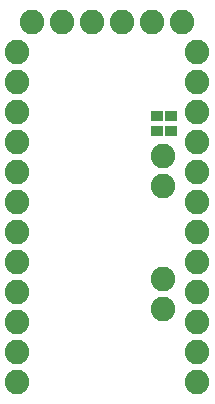
<source format=gbr>
G04 EAGLE Gerber RS-274X export*
G75*
%MOMM*%
%FSLAX34Y34*%
%LPD*%
%INSoldermask Bottom*%
%IPPOS*%
%AMOC8*
5,1,8,0,0,1.08239X$1,22.5*%
G01*
%ADD10C,2.082800*%
%ADD11R,1.103200X0.903200*%


D10*
X165100Y292100D03*
X165100Y266700D03*
X165100Y241300D03*
X165100Y215900D03*
X165100Y190500D03*
X165100Y165100D03*
X165100Y139700D03*
X165100Y114300D03*
X165100Y88900D03*
X165100Y63500D03*
X165100Y38100D03*
X165100Y12700D03*
X12700Y12700D03*
X12700Y38100D03*
X12700Y63500D03*
X12700Y88900D03*
X12700Y114300D03*
X12700Y139700D03*
X12700Y165100D03*
X12700Y190500D03*
X12700Y215900D03*
X12700Y241300D03*
X12700Y266700D03*
X12700Y292100D03*
X135890Y179070D03*
X135890Y204470D03*
X152400Y317500D03*
X127000Y317500D03*
X101600Y317500D03*
X76200Y317500D03*
X50800Y317500D03*
X25400Y317500D03*
X135890Y74422D03*
X135890Y99822D03*
D11*
X131064Y225148D03*
X131064Y238148D03*
X142494Y225148D03*
X142494Y238148D03*
M02*

</source>
